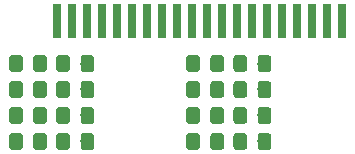
<source format=gbr>
G04 #@! TF.GenerationSoftware,KiCad,Pcbnew,(5.1.4)-1*
G04 #@! TF.CreationDate,2023-01-28T21:19:39+01:00*
G04 #@! TF.ProjectId,SEN-UP1-8xTH,53454e2d-5550-4312-9d38-7854482e6b69,V00.02*
G04 #@! TF.SameCoordinates,Original*
G04 #@! TF.FileFunction,Paste,Top*
G04 #@! TF.FilePolarity,Positive*
%FSLAX46Y46*%
G04 Gerber Fmt 4.6, Leading zero omitted, Abs format (unit mm)*
G04 Created by KiCad (PCBNEW (5.1.4)-1) date 2023-01-28 21:19:40*
%MOMM*%
%LPD*%
G04 APERTURE LIST*
%ADD10C,0.100000*%
%ADD11C,1.150000*%
%ADD12R,0.800000X3.000000*%
G04 APERTURE END LIST*
D10*
G36*
X99614505Y-125061204D02*
G01*
X99638773Y-125064804D01*
X99662572Y-125070765D01*
X99685671Y-125079030D01*
X99707850Y-125089520D01*
X99728893Y-125102132D01*
X99748599Y-125116747D01*
X99766777Y-125133223D01*
X99783253Y-125151401D01*
X99797868Y-125171107D01*
X99810480Y-125192150D01*
X99820970Y-125214329D01*
X99829235Y-125237428D01*
X99835196Y-125261227D01*
X99838796Y-125285495D01*
X99840000Y-125309999D01*
X99840000Y-126210001D01*
X99838796Y-126234505D01*
X99835196Y-126258773D01*
X99829235Y-126282572D01*
X99820970Y-126305671D01*
X99810480Y-126327850D01*
X99797868Y-126348893D01*
X99783253Y-126368599D01*
X99766777Y-126386777D01*
X99748599Y-126403253D01*
X99728893Y-126417868D01*
X99707850Y-126430480D01*
X99685671Y-126440970D01*
X99662572Y-126449235D01*
X99638773Y-126455196D01*
X99614505Y-126458796D01*
X99590001Y-126460000D01*
X98939999Y-126460000D01*
X98915495Y-126458796D01*
X98891227Y-126455196D01*
X98867428Y-126449235D01*
X98844329Y-126440970D01*
X98822150Y-126430480D01*
X98801107Y-126417868D01*
X98781401Y-126403253D01*
X98763223Y-126386777D01*
X98746747Y-126368599D01*
X98732132Y-126348893D01*
X98719520Y-126327850D01*
X98709030Y-126305671D01*
X98700765Y-126282572D01*
X98694804Y-126258773D01*
X98691204Y-126234505D01*
X98690000Y-126210001D01*
X98690000Y-125309999D01*
X98691204Y-125285495D01*
X98694804Y-125261227D01*
X98700765Y-125237428D01*
X98709030Y-125214329D01*
X98719520Y-125192150D01*
X98732132Y-125171107D01*
X98746747Y-125151401D01*
X98763223Y-125133223D01*
X98781401Y-125116747D01*
X98801107Y-125102132D01*
X98822150Y-125089520D01*
X98844329Y-125079030D01*
X98867428Y-125070765D01*
X98891227Y-125064804D01*
X98915495Y-125061204D01*
X98939999Y-125060000D01*
X99590001Y-125060000D01*
X99614505Y-125061204D01*
X99614505Y-125061204D01*
G37*
D11*
X99265000Y-125760000D03*
D10*
G36*
X101664505Y-125061204D02*
G01*
X101688773Y-125064804D01*
X101712572Y-125070765D01*
X101735671Y-125079030D01*
X101757850Y-125089520D01*
X101778893Y-125102132D01*
X101798599Y-125116747D01*
X101816777Y-125133223D01*
X101833253Y-125151401D01*
X101847868Y-125171107D01*
X101860480Y-125192150D01*
X101870970Y-125214329D01*
X101879235Y-125237428D01*
X101885196Y-125261227D01*
X101888796Y-125285495D01*
X101890000Y-125309999D01*
X101890000Y-126210001D01*
X101888796Y-126234505D01*
X101885196Y-126258773D01*
X101879235Y-126282572D01*
X101870970Y-126305671D01*
X101860480Y-126327850D01*
X101847868Y-126348893D01*
X101833253Y-126368599D01*
X101816777Y-126386777D01*
X101798599Y-126403253D01*
X101778893Y-126417868D01*
X101757850Y-126430480D01*
X101735671Y-126440970D01*
X101712572Y-126449235D01*
X101688773Y-126455196D01*
X101664505Y-126458796D01*
X101640001Y-126460000D01*
X100989999Y-126460000D01*
X100965495Y-126458796D01*
X100941227Y-126455196D01*
X100917428Y-126449235D01*
X100894329Y-126440970D01*
X100872150Y-126430480D01*
X100851107Y-126417868D01*
X100831401Y-126403253D01*
X100813223Y-126386777D01*
X100796747Y-126368599D01*
X100782132Y-126348893D01*
X100769520Y-126327850D01*
X100759030Y-126305671D01*
X100750765Y-126282572D01*
X100744804Y-126258773D01*
X100741204Y-126234505D01*
X100740000Y-126210001D01*
X100740000Y-125309999D01*
X100741204Y-125285495D01*
X100744804Y-125261227D01*
X100750765Y-125237428D01*
X100759030Y-125214329D01*
X100769520Y-125192150D01*
X100782132Y-125171107D01*
X100796747Y-125151401D01*
X100813223Y-125133223D01*
X100831401Y-125116747D01*
X100851107Y-125102132D01*
X100872150Y-125089520D01*
X100894329Y-125079030D01*
X100917428Y-125070765D01*
X100941227Y-125064804D01*
X100965495Y-125061204D01*
X100989999Y-125060000D01*
X101640001Y-125060000D01*
X101664505Y-125061204D01*
X101664505Y-125061204D01*
G37*
D11*
X101315000Y-125760000D03*
D10*
G36*
X99614505Y-127261204D02*
G01*
X99638773Y-127264804D01*
X99662572Y-127270765D01*
X99685671Y-127279030D01*
X99707850Y-127289520D01*
X99728893Y-127302132D01*
X99748599Y-127316747D01*
X99766777Y-127333223D01*
X99783253Y-127351401D01*
X99797868Y-127371107D01*
X99810480Y-127392150D01*
X99820970Y-127414329D01*
X99829235Y-127437428D01*
X99835196Y-127461227D01*
X99838796Y-127485495D01*
X99840000Y-127509999D01*
X99840000Y-128410001D01*
X99838796Y-128434505D01*
X99835196Y-128458773D01*
X99829235Y-128482572D01*
X99820970Y-128505671D01*
X99810480Y-128527850D01*
X99797868Y-128548893D01*
X99783253Y-128568599D01*
X99766777Y-128586777D01*
X99748599Y-128603253D01*
X99728893Y-128617868D01*
X99707850Y-128630480D01*
X99685671Y-128640970D01*
X99662572Y-128649235D01*
X99638773Y-128655196D01*
X99614505Y-128658796D01*
X99590001Y-128660000D01*
X98939999Y-128660000D01*
X98915495Y-128658796D01*
X98891227Y-128655196D01*
X98867428Y-128649235D01*
X98844329Y-128640970D01*
X98822150Y-128630480D01*
X98801107Y-128617868D01*
X98781401Y-128603253D01*
X98763223Y-128586777D01*
X98746747Y-128568599D01*
X98732132Y-128548893D01*
X98719520Y-128527850D01*
X98709030Y-128505671D01*
X98700765Y-128482572D01*
X98694804Y-128458773D01*
X98691204Y-128434505D01*
X98690000Y-128410001D01*
X98690000Y-127509999D01*
X98691204Y-127485495D01*
X98694804Y-127461227D01*
X98700765Y-127437428D01*
X98709030Y-127414329D01*
X98719520Y-127392150D01*
X98732132Y-127371107D01*
X98746747Y-127351401D01*
X98763223Y-127333223D01*
X98781401Y-127316747D01*
X98801107Y-127302132D01*
X98822150Y-127289520D01*
X98844329Y-127279030D01*
X98867428Y-127270765D01*
X98891227Y-127264804D01*
X98915495Y-127261204D01*
X98939999Y-127260000D01*
X99590001Y-127260000D01*
X99614505Y-127261204D01*
X99614505Y-127261204D01*
G37*
D11*
X99265000Y-127960000D03*
D10*
G36*
X101664505Y-127261204D02*
G01*
X101688773Y-127264804D01*
X101712572Y-127270765D01*
X101735671Y-127279030D01*
X101757850Y-127289520D01*
X101778893Y-127302132D01*
X101798599Y-127316747D01*
X101816777Y-127333223D01*
X101833253Y-127351401D01*
X101847868Y-127371107D01*
X101860480Y-127392150D01*
X101870970Y-127414329D01*
X101879235Y-127437428D01*
X101885196Y-127461227D01*
X101888796Y-127485495D01*
X101890000Y-127509999D01*
X101890000Y-128410001D01*
X101888796Y-128434505D01*
X101885196Y-128458773D01*
X101879235Y-128482572D01*
X101870970Y-128505671D01*
X101860480Y-128527850D01*
X101847868Y-128548893D01*
X101833253Y-128568599D01*
X101816777Y-128586777D01*
X101798599Y-128603253D01*
X101778893Y-128617868D01*
X101757850Y-128630480D01*
X101735671Y-128640970D01*
X101712572Y-128649235D01*
X101688773Y-128655196D01*
X101664505Y-128658796D01*
X101640001Y-128660000D01*
X100989999Y-128660000D01*
X100965495Y-128658796D01*
X100941227Y-128655196D01*
X100917428Y-128649235D01*
X100894329Y-128640970D01*
X100872150Y-128630480D01*
X100851107Y-128617868D01*
X100831401Y-128603253D01*
X100813223Y-128586777D01*
X100796747Y-128568599D01*
X100782132Y-128548893D01*
X100769520Y-128527850D01*
X100759030Y-128505671D01*
X100750765Y-128482572D01*
X100744804Y-128458773D01*
X100741204Y-128434505D01*
X100740000Y-128410001D01*
X100740000Y-127509999D01*
X100741204Y-127485495D01*
X100744804Y-127461227D01*
X100750765Y-127437428D01*
X100759030Y-127414329D01*
X100769520Y-127392150D01*
X100782132Y-127371107D01*
X100796747Y-127351401D01*
X100813223Y-127333223D01*
X100831401Y-127316747D01*
X100851107Y-127302132D01*
X100872150Y-127289520D01*
X100894329Y-127279030D01*
X100917428Y-127270765D01*
X100941227Y-127264804D01*
X100965495Y-127261204D01*
X100989999Y-127260000D01*
X101640001Y-127260000D01*
X101664505Y-127261204D01*
X101664505Y-127261204D01*
G37*
D11*
X101315000Y-127960000D03*
D10*
G36*
X99614505Y-129461204D02*
G01*
X99638773Y-129464804D01*
X99662572Y-129470765D01*
X99685671Y-129479030D01*
X99707850Y-129489520D01*
X99728893Y-129502132D01*
X99748599Y-129516747D01*
X99766777Y-129533223D01*
X99783253Y-129551401D01*
X99797868Y-129571107D01*
X99810480Y-129592150D01*
X99820970Y-129614329D01*
X99829235Y-129637428D01*
X99835196Y-129661227D01*
X99838796Y-129685495D01*
X99840000Y-129709999D01*
X99840000Y-130610001D01*
X99838796Y-130634505D01*
X99835196Y-130658773D01*
X99829235Y-130682572D01*
X99820970Y-130705671D01*
X99810480Y-130727850D01*
X99797868Y-130748893D01*
X99783253Y-130768599D01*
X99766777Y-130786777D01*
X99748599Y-130803253D01*
X99728893Y-130817868D01*
X99707850Y-130830480D01*
X99685671Y-130840970D01*
X99662572Y-130849235D01*
X99638773Y-130855196D01*
X99614505Y-130858796D01*
X99590001Y-130860000D01*
X98939999Y-130860000D01*
X98915495Y-130858796D01*
X98891227Y-130855196D01*
X98867428Y-130849235D01*
X98844329Y-130840970D01*
X98822150Y-130830480D01*
X98801107Y-130817868D01*
X98781401Y-130803253D01*
X98763223Y-130786777D01*
X98746747Y-130768599D01*
X98732132Y-130748893D01*
X98719520Y-130727850D01*
X98709030Y-130705671D01*
X98700765Y-130682572D01*
X98694804Y-130658773D01*
X98691204Y-130634505D01*
X98690000Y-130610001D01*
X98690000Y-129709999D01*
X98691204Y-129685495D01*
X98694804Y-129661227D01*
X98700765Y-129637428D01*
X98709030Y-129614329D01*
X98719520Y-129592150D01*
X98732132Y-129571107D01*
X98746747Y-129551401D01*
X98763223Y-129533223D01*
X98781401Y-129516747D01*
X98801107Y-129502132D01*
X98822150Y-129489520D01*
X98844329Y-129479030D01*
X98867428Y-129470765D01*
X98891227Y-129464804D01*
X98915495Y-129461204D01*
X98939999Y-129460000D01*
X99590001Y-129460000D01*
X99614505Y-129461204D01*
X99614505Y-129461204D01*
G37*
D11*
X99265000Y-130160000D03*
D10*
G36*
X101664505Y-129461204D02*
G01*
X101688773Y-129464804D01*
X101712572Y-129470765D01*
X101735671Y-129479030D01*
X101757850Y-129489520D01*
X101778893Y-129502132D01*
X101798599Y-129516747D01*
X101816777Y-129533223D01*
X101833253Y-129551401D01*
X101847868Y-129571107D01*
X101860480Y-129592150D01*
X101870970Y-129614329D01*
X101879235Y-129637428D01*
X101885196Y-129661227D01*
X101888796Y-129685495D01*
X101890000Y-129709999D01*
X101890000Y-130610001D01*
X101888796Y-130634505D01*
X101885196Y-130658773D01*
X101879235Y-130682572D01*
X101870970Y-130705671D01*
X101860480Y-130727850D01*
X101847868Y-130748893D01*
X101833253Y-130768599D01*
X101816777Y-130786777D01*
X101798599Y-130803253D01*
X101778893Y-130817868D01*
X101757850Y-130830480D01*
X101735671Y-130840970D01*
X101712572Y-130849235D01*
X101688773Y-130855196D01*
X101664505Y-130858796D01*
X101640001Y-130860000D01*
X100989999Y-130860000D01*
X100965495Y-130858796D01*
X100941227Y-130855196D01*
X100917428Y-130849235D01*
X100894329Y-130840970D01*
X100872150Y-130830480D01*
X100851107Y-130817868D01*
X100831401Y-130803253D01*
X100813223Y-130786777D01*
X100796747Y-130768599D01*
X100782132Y-130748893D01*
X100769520Y-130727850D01*
X100759030Y-130705671D01*
X100750765Y-130682572D01*
X100744804Y-130658773D01*
X100741204Y-130634505D01*
X100740000Y-130610001D01*
X100740000Y-129709999D01*
X100741204Y-129685495D01*
X100744804Y-129661227D01*
X100750765Y-129637428D01*
X100759030Y-129614329D01*
X100769520Y-129592150D01*
X100782132Y-129571107D01*
X100796747Y-129551401D01*
X100813223Y-129533223D01*
X100831401Y-129516747D01*
X100851107Y-129502132D01*
X100872150Y-129489520D01*
X100894329Y-129479030D01*
X100917428Y-129470765D01*
X100941227Y-129464804D01*
X100965495Y-129461204D01*
X100989999Y-129460000D01*
X101640001Y-129460000D01*
X101664505Y-129461204D01*
X101664505Y-129461204D01*
G37*
D11*
X101315000Y-130160000D03*
D10*
G36*
X99614505Y-131661204D02*
G01*
X99638773Y-131664804D01*
X99662572Y-131670765D01*
X99685671Y-131679030D01*
X99707850Y-131689520D01*
X99728893Y-131702132D01*
X99748599Y-131716747D01*
X99766777Y-131733223D01*
X99783253Y-131751401D01*
X99797868Y-131771107D01*
X99810480Y-131792150D01*
X99820970Y-131814329D01*
X99829235Y-131837428D01*
X99835196Y-131861227D01*
X99838796Y-131885495D01*
X99840000Y-131909999D01*
X99840000Y-132810001D01*
X99838796Y-132834505D01*
X99835196Y-132858773D01*
X99829235Y-132882572D01*
X99820970Y-132905671D01*
X99810480Y-132927850D01*
X99797868Y-132948893D01*
X99783253Y-132968599D01*
X99766777Y-132986777D01*
X99748599Y-133003253D01*
X99728893Y-133017868D01*
X99707850Y-133030480D01*
X99685671Y-133040970D01*
X99662572Y-133049235D01*
X99638773Y-133055196D01*
X99614505Y-133058796D01*
X99590001Y-133060000D01*
X98939999Y-133060000D01*
X98915495Y-133058796D01*
X98891227Y-133055196D01*
X98867428Y-133049235D01*
X98844329Y-133040970D01*
X98822150Y-133030480D01*
X98801107Y-133017868D01*
X98781401Y-133003253D01*
X98763223Y-132986777D01*
X98746747Y-132968599D01*
X98732132Y-132948893D01*
X98719520Y-132927850D01*
X98709030Y-132905671D01*
X98700765Y-132882572D01*
X98694804Y-132858773D01*
X98691204Y-132834505D01*
X98690000Y-132810001D01*
X98690000Y-131909999D01*
X98691204Y-131885495D01*
X98694804Y-131861227D01*
X98700765Y-131837428D01*
X98709030Y-131814329D01*
X98719520Y-131792150D01*
X98732132Y-131771107D01*
X98746747Y-131751401D01*
X98763223Y-131733223D01*
X98781401Y-131716747D01*
X98801107Y-131702132D01*
X98822150Y-131689520D01*
X98844329Y-131679030D01*
X98867428Y-131670765D01*
X98891227Y-131664804D01*
X98915495Y-131661204D01*
X98939999Y-131660000D01*
X99590001Y-131660000D01*
X99614505Y-131661204D01*
X99614505Y-131661204D01*
G37*
D11*
X99265000Y-132360000D03*
D10*
G36*
X101664505Y-131661204D02*
G01*
X101688773Y-131664804D01*
X101712572Y-131670765D01*
X101735671Y-131679030D01*
X101757850Y-131689520D01*
X101778893Y-131702132D01*
X101798599Y-131716747D01*
X101816777Y-131733223D01*
X101833253Y-131751401D01*
X101847868Y-131771107D01*
X101860480Y-131792150D01*
X101870970Y-131814329D01*
X101879235Y-131837428D01*
X101885196Y-131861227D01*
X101888796Y-131885495D01*
X101890000Y-131909999D01*
X101890000Y-132810001D01*
X101888796Y-132834505D01*
X101885196Y-132858773D01*
X101879235Y-132882572D01*
X101870970Y-132905671D01*
X101860480Y-132927850D01*
X101847868Y-132948893D01*
X101833253Y-132968599D01*
X101816777Y-132986777D01*
X101798599Y-133003253D01*
X101778893Y-133017868D01*
X101757850Y-133030480D01*
X101735671Y-133040970D01*
X101712572Y-133049235D01*
X101688773Y-133055196D01*
X101664505Y-133058796D01*
X101640001Y-133060000D01*
X100989999Y-133060000D01*
X100965495Y-133058796D01*
X100941227Y-133055196D01*
X100917428Y-133049235D01*
X100894329Y-133040970D01*
X100872150Y-133030480D01*
X100851107Y-133017868D01*
X100831401Y-133003253D01*
X100813223Y-132986777D01*
X100796747Y-132968599D01*
X100782132Y-132948893D01*
X100769520Y-132927850D01*
X100759030Y-132905671D01*
X100750765Y-132882572D01*
X100744804Y-132858773D01*
X100741204Y-132834505D01*
X100740000Y-132810001D01*
X100740000Y-131909999D01*
X100741204Y-131885495D01*
X100744804Y-131861227D01*
X100750765Y-131837428D01*
X100759030Y-131814329D01*
X100769520Y-131792150D01*
X100782132Y-131771107D01*
X100796747Y-131751401D01*
X100813223Y-131733223D01*
X100831401Y-131716747D01*
X100851107Y-131702132D01*
X100872150Y-131689520D01*
X100894329Y-131679030D01*
X100917428Y-131670765D01*
X100941227Y-131664804D01*
X100965495Y-131661204D01*
X100989999Y-131660000D01*
X101640001Y-131660000D01*
X101664505Y-131661204D01*
X101664505Y-131661204D01*
G37*
D11*
X101315000Y-132360000D03*
D10*
G36*
X105664505Y-131661204D02*
G01*
X105688773Y-131664804D01*
X105712572Y-131670765D01*
X105735671Y-131679030D01*
X105757850Y-131689520D01*
X105778893Y-131702132D01*
X105798599Y-131716747D01*
X105816777Y-131733223D01*
X105833253Y-131751401D01*
X105847868Y-131771107D01*
X105860480Y-131792150D01*
X105870970Y-131814329D01*
X105879235Y-131837428D01*
X105885196Y-131861227D01*
X105888796Y-131885495D01*
X105890000Y-131909999D01*
X105890000Y-132810001D01*
X105888796Y-132834505D01*
X105885196Y-132858773D01*
X105879235Y-132882572D01*
X105870970Y-132905671D01*
X105860480Y-132927850D01*
X105847868Y-132948893D01*
X105833253Y-132968599D01*
X105816777Y-132986777D01*
X105798599Y-133003253D01*
X105778893Y-133017868D01*
X105757850Y-133030480D01*
X105735671Y-133040970D01*
X105712572Y-133049235D01*
X105688773Y-133055196D01*
X105664505Y-133058796D01*
X105640001Y-133060000D01*
X104989999Y-133060000D01*
X104965495Y-133058796D01*
X104941227Y-133055196D01*
X104917428Y-133049235D01*
X104894329Y-133040970D01*
X104872150Y-133030480D01*
X104851107Y-133017868D01*
X104831401Y-133003253D01*
X104813223Y-132986777D01*
X104796747Y-132968599D01*
X104782132Y-132948893D01*
X104769520Y-132927850D01*
X104759030Y-132905671D01*
X104750765Y-132882572D01*
X104744804Y-132858773D01*
X104741204Y-132834505D01*
X104740000Y-132810001D01*
X104740000Y-131909999D01*
X104741204Y-131885495D01*
X104744804Y-131861227D01*
X104750765Y-131837428D01*
X104759030Y-131814329D01*
X104769520Y-131792150D01*
X104782132Y-131771107D01*
X104796747Y-131751401D01*
X104813223Y-131733223D01*
X104831401Y-131716747D01*
X104851107Y-131702132D01*
X104872150Y-131689520D01*
X104894329Y-131679030D01*
X104917428Y-131670765D01*
X104941227Y-131664804D01*
X104965495Y-131661204D01*
X104989999Y-131660000D01*
X105640001Y-131660000D01*
X105664505Y-131661204D01*
X105664505Y-131661204D01*
G37*
D11*
X105315000Y-132360000D03*
D10*
G36*
X103614505Y-131661204D02*
G01*
X103638773Y-131664804D01*
X103662572Y-131670765D01*
X103685671Y-131679030D01*
X103707850Y-131689520D01*
X103728893Y-131702132D01*
X103748599Y-131716747D01*
X103766777Y-131733223D01*
X103783253Y-131751401D01*
X103797868Y-131771107D01*
X103810480Y-131792150D01*
X103820970Y-131814329D01*
X103829235Y-131837428D01*
X103835196Y-131861227D01*
X103838796Y-131885495D01*
X103840000Y-131909999D01*
X103840000Y-132810001D01*
X103838796Y-132834505D01*
X103835196Y-132858773D01*
X103829235Y-132882572D01*
X103820970Y-132905671D01*
X103810480Y-132927850D01*
X103797868Y-132948893D01*
X103783253Y-132968599D01*
X103766777Y-132986777D01*
X103748599Y-133003253D01*
X103728893Y-133017868D01*
X103707850Y-133030480D01*
X103685671Y-133040970D01*
X103662572Y-133049235D01*
X103638773Y-133055196D01*
X103614505Y-133058796D01*
X103590001Y-133060000D01*
X102939999Y-133060000D01*
X102915495Y-133058796D01*
X102891227Y-133055196D01*
X102867428Y-133049235D01*
X102844329Y-133040970D01*
X102822150Y-133030480D01*
X102801107Y-133017868D01*
X102781401Y-133003253D01*
X102763223Y-132986777D01*
X102746747Y-132968599D01*
X102732132Y-132948893D01*
X102719520Y-132927850D01*
X102709030Y-132905671D01*
X102700765Y-132882572D01*
X102694804Y-132858773D01*
X102691204Y-132834505D01*
X102690000Y-132810001D01*
X102690000Y-131909999D01*
X102691204Y-131885495D01*
X102694804Y-131861227D01*
X102700765Y-131837428D01*
X102709030Y-131814329D01*
X102719520Y-131792150D01*
X102732132Y-131771107D01*
X102746747Y-131751401D01*
X102763223Y-131733223D01*
X102781401Y-131716747D01*
X102801107Y-131702132D01*
X102822150Y-131689520D01*
X102844329Y-131679030D01*
X102867428Y-131670765D01*
X102891227Y-131664804D01*
X102915495Y-131661204D01*
X102939999Y-131660000D01*
X103590001Y-131660000D01*
X103614505Y-131661204D01*
X103614505Y-131661204D01*
G37*
D11*
X103265000Y-132360000D03*
D10*
G36*
X105664505Y-129461204D02*
G01*
X105688773Y-129464804D01*
X105712572Y-129470765D01*
X105735671Y-129479030D01*
X105757850Y-129489520D01*
X105778893Y-129502132D01*
X105798599Y-129516747D01*
X105816777Y-129533223D01*
X105833253Y-129551401D01*
X105847868Y-129571107D01*
X105860480Y-129592150D01*
X105870970Y-129614329D01*
X105879235Y-129637428D01*
X105885196Y-129661227D01*
X105888796Y-129685495D01*
X105890000Y-129709999D01*
X105890000Y-130610001D01*
X105888796Y-130634505D01*
X105885196Y-130658773D01*
X105879235Y-130682572D01*
X105870970Y-130705671D01*
X105860480Y-130727850D01*
X105847868Y-130748893D01*
X105833253Y-130768599D01*
X105816777Y-130786777D01*
X105798599Y-130803253D01*
X105778893Y-130817868D01*
X105757850Y-130830480D01*
X105735671Y-130840970D01*
X105712572Y-130849235D01*
X105688773Y-130855196D01*
X105664505Y-130858796D01*
X105640001Y-130860000D01*
X104989999Y-130860000D01*
X104965495Y-130858796D01*
X104941227Y-130855196D01*
X104917428Y-130849235D01*
X104894329Y-130840970D01*
X104872150Y-130830480D01*
X104851107Y-130817868D01*
X104831401Y-130803253D01*
X104813223Y-130786777D01*
X104796747Y-130768599D01*
X104782132Y-130748893D01*
X104769520Y-130727850D01*
X104759030Y-130705671D01*
X104750765Y-130682572D01*
X104744804Y-130658773D01*
X104741204Y-130634505D01*
X104740000Y-130610001D01*
X104740000Y-129709999D01*
X104741204Y-129685495D01*
X104744804Y-129661227D01*
X104750765Y-129637428D01*
X104759030Y-129614329D01*
X104769520Y-129592150D01*
X104782132Y-129571107D01*
X104796747Y-129551401D01*
X104813223Y-129533223D01*
X104831401Y-129516747D01*
X104851107Y-129502132D01*
X104872150Y-129489520D01*
X104894329Y-129479030D01*
X104917428Y-129470765D01*
X104941227Y-129464804D01*
X104965495Y-129461204D01*
X104989999Y-129460000D01*
X105640001Y-129460000D01*
X105664505Y-129461204D01*
X105664505Y-129461204D01*
G37*
D11*
X105315000Y-130160000D03*
D10*
G36*
X103614505Y-129461204D02*
G01*
X103638773Y-129464804D01*
X103662572Y-129470765D01*
X103685671Y-129479030D01*
X103707850Y-129489520D01*
X103728893Y-129502132D01*
X103748599Y-129516747D01*
X103766777Y-129533223D01*
X103783253Y-129551401D01*
X103797868Y-129571107D01*
X103810480Y-129592150D01*
X103820970Y-129614329D01*
X103829235Y-129637428D01*
X103835196Y-129661227D01*
X103838796Y-129685495D01*
X103840000Y-129709999D01*
X103840000Y-130610001D01*
X103838796Y-130634505D01*
X103835196Y-130658773D01*
X103829235Y-130682572D01*
X103820970Y-130705671D01*
X103810480Y-130727850D01*
X103797868Y-130748893D01*
X103783253Y-130768599D01*
X103766777Y-130786777D01*
X103748599Y-130803253D01*
X103728893Y-130817868D01*
X103707850Y-130830480D01*
X103685671Y-130840970D01*
X103662572Y-130849235D01*
X103638773Y-130855196D01*
X103614505Y-130858796D01*
X103590001Y-130860000D01*
X102939999Y-130860000D01*
X102915495Y-130858796D01*
X102891227Y-130855196D01*
X102867428Y-130849235D01*
X102844329Y-130840970D01*
X102822150Y-130830480D01*
X102801107Y-130817868D01*
X102781401Y-130803253D01*
X102763223Y-130786777D01*
X102746747Y-130768599D01*
X102732132Y-130748893D01*
X102719520Y-130727850D01*
X102709030Y-130705671D01*
X102700765Y-130682572D01*
X102694804Y-130658773D01*
X102691204Y-130634505D01*
X102690000Y-130610001D01*
X102690000Y-129709999D01*
X102691204Y-129685495D01*
X102694804Y-129661227D01*
X102700765Y-129637428D01*
X102709030Y-129614329D01*
X102719520Y-129592150D01*
X102732132Y-129571107D01*
X102746747Y-129551401D01*
X102763223Y-129533223D01*
X102781401Y-129516747D01*
X102801107Y-129502132D01*
X102822150Y-129489520D01*
X102844329Y-129479030D01*
X102867428Y-129470765D01*
X102891227Y-129464804D01*
X102915495Y-129461204D01*
X102939999Y-129460000D01*
X103590001Y-129460000D01*
X103614505Y-129461204D01*
X103614505Y-129461204D01*
G37*
D11*
X103265000Y-130160000D03*
D10*
G36*
X105664505Y-127261204D02*
G01*
X105688773Y-127264804D01*
X105712572Y-127270765D01*
X105735671Y-127279030D01*
X105757850Y-127289520D01*
X105778893Y-127302132D01*
X105798599Y-127316747D01*
X105816777Y-127333223D01*
X105833253Y-127351401D01*
X105847868Y-127371107D01*
X105860480Y-127392150D01*
X105870970Y-127414329D01*
X105879235Y-127437428D01*
X105885196Y-127461227D01*
X105888796Y-127485495D01*
X105890000Y-127509999D01*
X105890000Y-128410001D01*
X105888796Y-128434505D01*
X105885196Y-128458773D01*
X105879235Y-128482572D01*
X105870970Y-128505671D01*
X105860480Y-128527850D01*
X105847868Y-128548893D01*
X105833253Y-128568599D01*
X105816777Y-128586777D01*
X105798599Y-128603253D01*
X105778893Y-128617868D01*
X105757850Y-128630480D01*
X105735671Y-128640970D01*
X105712572Y-128649235D01*
X105688773Y-128655196D01*
X105664505Y-128658796D01*
X105640001Y-128660000D01*
X104989999Y-128660000D01*
X104965495Y-128658796D01*
X104941227Y-128655196D01*
X104917428Y-128649235D01*
X104894329Y-128640970D01*
X104872150Y-128630480D01*
X104851107Y-128617868D01*
X104831401Y-128603253D01*
X104813223Y-128586777D01*
X104796747Y-128568599D01*
X104782132Y-128548893D01*
X104769520Y-128527850D01*
X104759030Y-128505671D01*
X104750765Y-128482572D01*
X104744804Y-128458773D01*
X104741204Y-128434505D01*
X104740000Y-128410001D01*
X104740000Y-127509999D01*
X104741204Y-127485495D01*
X104744804Y-127461227D01*
X104750765Y-127437428D01*
X104759030Y-127414329D01*
X104769520Y-127392150D01*
X104782132Y-127371107D01*
X104796747Y-127351401D01*
X104813223Y-127333223D01*
X104831401Y-127316747D01*
X104851107Y-127302132D01*
X104872150Y-127289520D01*
X104894329Y-127279030D01*
X104917428Y-127270765D01*
X104941227Y-127264804D01*
X104965495Y-127261204D01*
X104989999Y-127260000D01*
X105640001Y-127260000D01*
X105664505Y-127261204D01*
X105664505Y-127261204D01*
G37*
D11*
X105315000Y-127960000D03*
D10*
G36*
X103614505Y-127261204D02*
G01*
X103638773Y-127264804D01*
X103662572Y-127270765D01*
X103685671Y-127279030D01*
X103707850Y-127289520D01*
X103728893Y-127302132D01*
X103748599Y-127316747D01*
X103766777Y-127333223D01*
X103783253Y-127351401D01*
X103797868Y-127371107D01*
X103810480Y-127392150D01*
X103820970Y-127414329D01*
X103829235Y-127437428D01*
X103835196Y-127461227D01*
X103838796Y-127485495D01*
X103840000Y-127509999D01*
X103840000Y-128410001D01*
X103838796Y-128434505D01*
X103835196Y-128458773D01*
X103829235Y-128482572D01*
X103820970Y-128505671D01*
X103810480Y-128527850D01*
X103797868Y-128548893D01*
X103783253Y-128568599D01*
X103766777Y-128586777D01*
X103748599Y-128603253D01*
X103728893Y-128617868D01*
X103707850Y-128630480D01*
X103685671Y-128640970D01*
X103662572Y-128649235D01*
X103638773Y-128655196D01*
X103614505Y-128658796D01*
X103590001Y-128660000D01*
X102939999Y-128660000D01*
X102915495Y-128658796D01*
X102891227Y-128655196D01*
X102867428Y-128649235D01*
X102844329Y-128640970D01*
X102822150Y-128630480D01*
X102801107Y-128617868D01*
X102781401Y-128603253D01*
X102763223Y-128586777D01*
X102746747Y-128568599D01*
X102732132Y-128548893D01*
X102719520Y-128527850D01*
X102709030Y-128505671D01*
X102700765Y-128482572D01*
X102694804Y-128458773D01*
X102691204Y-128434505D01*
X102690000Y-128410001D01*
X102690000Y-127509999D01*
X102691204Y-127485495D01*
X102694804Y-127461227D01*
X102700765Y-127437428D01*
X102709030Y-127414329D01*
X102719520Y-127392150D01*
X102732132Y-127371107D01*
X102746747Y-127351401D01*
X102763223Y-127333223D01*
X102781401Y-127316747D01*
X102801107Y-127302132D01*
X102822150Y-127289520D01*
X102844329Y-127279030D01*
X102867428Y-127270765D01*
X102891227Y-127264804D01*
X102915495Y-127261204D01*
X102939999Y-127260000D01*
X103590001Y-127260000D01*
X103614505Y-127261204D01*
X103614505Y-127261204D01*
G37*
D11*
X103265000Y-127960000D03*
D10*
G36*
X105664505Y-125061204D02*
G01*
X105688773Y-125064804D01*
X105712572Y-125070765D01*
X105735671Y-125079030D01*
X105757850Y-125089520D01*
X105778893Y-125102132D01*
X105798599Y-125116747D01*
X105816777Y-125133223D01*
X105833253Y-125151401D01*
X105847868Y-125171107D01*
X105860480Y-125192150D01*
X105870970Y-125214329D01*
X105879235Y-125237428D01*
X105885196Y-125261227D01*
X105888796Y-125285495D01*
X105890000Y-125309999D01*
X105890000Y-126210001D01*
X105888796Y-126234505D01*
X105885196Y-126258773D01*
X105879235Y-126282572D01*
X105870970Y-126305671D01*
X105860480Y-126327850D01*
X105847868Y-126348893D01*
X105833253Y-126368599D01*
X105816777Y-126386777D01*
X105798599Y-126403253D01*
X105778893Y-126417868D01*
X105757850Y-126430480D01*
X105735671Y-126440970D01*
X105712572Y-126449235D01*
X105688773Y-126455196D01*
X105664505Y-126458796D01*
X105640001Y-126460000D01*
X104989999Y-126460000D01*
X104965495Y-126458796D01*
X104941227Y-126455196D01*
X104917428Y-126449235D01*
X104894329Y-126440970D01*
X104872150Y-126430480D01*
X104851107Y-126417868D01*
X104831401Y-126403253D01*
X104813223Y-126386777D01*
X104796747Y-126368599D01*
X104782132Y-126348893D01*
X104769520Y-126327850D01*
X104759030Y-126305671D01*
X104750765Y-126282572D01*
X104744804Y-126258773D01*
X104741204Y-126234505D01*
X104740000Y-126210001D01*
X104740000Y-125309999D01*
X104741204Y-125285495D01*
X104744804Y-125261227D01*
X104750765Y-125237428D01*
X104759030Y-125214329D01*
X104769520Y-125192150D01*
X104782132Y-125171107D01*
X104796747Y-125151401D01*
X104813223Y-125133223D01*
X104831401Y-125116747D01*
X104851107Y-125102132D01*
X104872150Y-125089520D01*
X104894329Y-125079030D01*
X104917428Y-125070765D01*
X104941227Y-125064804D01*
X104965495Y-125061204D01*
X104989999Y-125060000D01*
X105640001Y-125060000D01*
X105664505Y-125061204D01*
X105664505Y-125061204D01*
G37*
D11*
X105315000Y-125760000D03*
D10*
G36*
X103614505Y-125061204D02*
G01*
X103638773Y-125064804D01*
X103662572Y-125070765D01*
X103685671Y-125079030D01*
X103707850Y-125089520D01*
X103728893Y-125102132D01*
X103748599Y-125116747D01*
X103766777Y-125133223D01*
X103783253Y-125151401D01*
X103797868Y-125171107D01*
X103810480Y-125192150D01*
X103820970Y-125214329D01*
X103829235Y-125237428D01*
X103835196Y-125261227D01*
X103838796Y-125285495D01*
X103840000Y-125309999D01*
X103840000Y-126210001D01*
X103838796Y-126234505D01*
X103835196Y-126258773D01*
X103829235Y-126282572D01*
X103820970Y-126305671D01*
X103810480Y-126327850D01*
X103797868Y-126348893D01*
X103783253Y-126368599D01*
X103766777Y-126386777D01*
X103748599Y-126403253D01*
X103728893Y-126417868D01*
X103707850Y-126430480D01*
X103685671Y-126440970D01*
X103662572Y-126449235D01*
X103638773Y-126455196D01*
X103614505Y-126458796D01*
X103590001Y-126460000D01*
X102939999Y-126460000D01*
X102915495Y-126458796D01*
X102891227Y-126455196D01*
X102867428Y-126449235D01*
X102844329Y-126440970D01*
X102822150Y-126430480D01*
X102801107Y-126417868D01*
X102781401Y-126403253D01*
X102763223Y-126386777D01*
X102746747Y-126368599D01*
X102732132Y-126348893D01*
X102719520Y-126327850D01*
X102709030Y-126305671D01*
X102700765Y-126282572D01*
X102694804Y-126258773D01*
X102691204Y-126234505D01*
X102690000Y-126210001D01*
X102690000Y-125309999D01*
X102691204Y-125285495D01*
X102694804Y-125261227D01*
X102700765Y-125237428D01*
X102709030Y-125214329D01*
X102719520Y-125192150D01*
X102732132Y-125171107D01*
X102746747Y-125151401D01*
X102763223Y-125133223D01*
X102781401Y-125116747D01*
X102801107Y-125102132D01*
X102822150Y-125089520D01*
X102844329Y-125079030D01*
X102867428Y-125070765D01*
X102891227Y-125064804D01*
X102915495Y-125061204D01*
X102939999Y-125060000D01*
X103590001Y-125060000D01*
X103614505Y-125061204D01*
X103614505Y-125061204D01*
G37*
D11*
X103265000Y-125760000D03*
D10*
G36*
X114614505Y-125061204D02*
G01*
X114638773Y-125064804D01*
X114662572Y-125070765D01*
X114685671Y-125079030D01*
X114707850Y-125089520D01*
X114728893Y-125102132D01*
X114748599Y-125116747D01*
X114766777Y-125133223D01*
X114783253Y-125151401D01*
X114797868Y-125171107D01*
X114810480Y-125192150D01*
X114820970Y-125214329D01*
X114829235Y-125237428D01*
X114835196Y-125261227D01*
X114838796Y-125285495D01*
X114840000Y-125309999D01*
X114840000Y-126210001D01*
X114838796Y-126234505D01*
X114835196Y-126258773D01*
X114829235Y-126282572D01*
X114820970Y-126305671D01*
X114810480Y-126327850D01*
X114797868Y-126348893D01*
X114783253Y-126368599D01*
X114766777Y-126386777D01*
X114748599Y-126403253D01*
X114728893Y-126417868D01*
X114707850Y-126430480D01*
X114685671Y-126440970D01*
X114662572Y-126449235D01*
X114638773Y-126455196D01*
X114614505Y-126458796D01*
X114590001Y-126460000D01*
X113939999Y-126460000D01*
X113915495Y-126458796D01*
X113891227Y-126455196D01*
X113867428Y-126449235D01*
X113844329Y-126440970D01*
X113822150Y-126430480D01*
X113801107Y-126417868D01*
X113781401Y-126403253D01*
X113763223Y-126386777D01*
X113746747Y-126368599D01*
X113732132Y-126348893D01*
X113719520Y-126327850D01*
X113709030Y-126305671D01*
X113700765Y-126282572D01*
X113694804Y-126258773D01*
X113691204Y-126234505D01*
X113690000Y-126210001D01*
X113690000Y-125309999D01*
X113691204Y-125285495D01*
X113694804Y-125261227D01*
X113700765Y-125237428D01*
X113709030Y-125214329D01*
X113719520Y-125192150D01*
X113732132Y-125171107D01*
X113746747Y-125151401D01*
X113763223Y-125133223D01*
X113781401Y-125116747D01*
X113801107Y-125102132D01*
X113822150Y-125089520D01*
X113844329Y-125079030D01*
X113867428Y-125070765D01*
X113891227Y-125064804D01*
X113915495Y-125061204D01*
X113939999Y-125060000D01*
X114590001Y-125060000D01*
X114614505Y-125061204D01*
X114614505Y-125061204D01*
G37*
D11*
X114265000Y-125760000D03*
D10*
G36*
X116664505Y-125061204D02*
G01*
X116688773Y-125064804D01*
X116712572Y-125070765D01*
X116735671Y-125079030D01*
X116757850Y-125089520D01*
X116778893Y-125102132D01*
X116798599Y-125116747D01*
X116816777Y-125133223D01*
X116833253Y-125151401D01*
X116847868Y-125171107D01*
X116860480Y-125192150D01*
X116870970Y-125214329D01*
X116879235Y-125237428D01*
X116885196Y-125261227D01*
X116888796Y-125285495D01*
X116890000Y-125309999D01*
X116890000Y-126210001D01*
X116888796Y-126234505D01*
X116885196Y-126258773D01*
X116879235Y-126282572D01*
X116870970Y-126305671D01*
X116860480Y-126327850D01*
X116847868Y-126348893D01*
X116833253Y-126368599D01*
X116816777Y-126386777D01*
X116798599Y-126403253D01*
X116778893Y-126417868D01*
X116757850Y-126430480D01*
X116735671Y-126440970D01*
X116712572Y-126449235D01*
X116688773Y-126455196D01*
X116664505Y-126458796D01*
X116640001Y-126460000D01*
X115989999Y-126460000D01*
X115965495Y-126458796D01*
X115941227Y-126455196D01*
X115917428Y-126449235D01*
X115894329Y-126440970D01*
X115872150Y-126430480D01*
X115851107Y-126417868D01*
X115831401Y-126403253D01*
X115813223Y-126386777D01*
X115796747Y-126368599D01*
X115782132Y-126348893D01*
X115769520Y-126327850D01*
X115759030Y-126305671D01*
X115750765Y-126282572D01*
X115744804Y-126258773D01*
X115741204Y-126234505D01*
X115740000Y-126210001D01*
X115740000Y-125309999D01*
X115741204Y-125285495D01*
X115744804Y-125261227D01*
X115750765Y-125237428D01*
X115759030Y-125214329D01*
X115769520Y-125192150D01*
X115782132Y-125171107D01*
X115796747Y-125151401D01*
X115813223Y-125133223D01*
X115831401Y-125116747D01*
X115851107Y-125102132D01*
X115872150Y-125089520D01*
X115894329Y-125079030D01*
X115917428Y-125070765D01*
X115941227Y-125064804D01*
X115965495Y-125061204D01*
X115989999Y-125060000D01*
X116640001Y-125060000D01*
X116664505Y-125061204D01*
X116664505Y-125061204D01*
G37*
D11*
X116315000Y-125760000D03*
D10*
G36*
X114614505Y-127261204D02*
G01*
X114638773Y-127264804D01*
X114662572Y-127270765D01*
X114685671Y-127279030D01*
X114707850Y-127289520D01*
X114728893Y-127302132D01*
X114748599Y-127316747D01*
X114766777Y-127333223D01*
X114783253Y-127351401D01*
X114797868Y-127371107D01*
X114810480Y-127392150D01*
X114820970Y-127414329D01*
X114829235Y-127437428D01*
X114835196Y-127461227D01*
X114838796Y-127485495D01*
X114840000Y-127509999D01*
X114840000Y-128410001D01*
X114838796Y-128434505D01*
X114835196Y-128458773D01*
X114829235Y-128482572D01*
X114820970Y-128505671D01*
X114810480Y-128527850D01*
X114797868Y-128548893D01*
X114783253Y-128568599D01*
X114766777Y-128586777D01*
X114748599Y-128603253D01*
X114728893Y-128617868D01*
X114707850Y-128630480D01*
X114685671Y-128640970D01*
X114662572Y-128649235D01*
X114638773Y-128655196D01*
X114614505Y-128658796D01*
X114590001Y-128660000D01*
X113939999Y-128660000D01*
X113915495Y-128658796D01*
X113891227Y-128655196D01*
X113867428Y-128649235D01*
X113844329Y-128640970D01*
X113822150Y-128630480D01*
X113801107Y-128617868D01*
X113781401Y-128603253D01*
X113763223Y-128586777D01*
X113746747Y-128568599D01*
X113732132Y-128548893D01*
X113719520Y-128527850D01*
X113709030Y-128505671D01*
X113700765Y-128482572D01*
X113694804Y-128458773D01*
X113691204Y-128434505D01*
X113690000Y-128410001D01*
X113690000Y-127509999D01*
X113691204Y-127485495D01*
X113694804Y-127461227D01*
X113700765Y-127437428D01*
X113709030Y-127414329D01*
X113719520Y-127392150D01*
X113732132Y-127371107D01*
X113746747Y-127351401D01*
X113763223Y-127333223D01*
X113781401Y-127316747D01*
X113801107Y-127302132D01*
X113822150Y-127289520D01*
X113844329Y-127279030D01*
X113867428Y-127270765D01*
X113891227Y-127264804D01*
X113915495Y-127261204D01*
X113939999Y-127260000D01*
X114590001Y-127260000D01*
X114614505Y-127261204D01*
X114614505Y-127261204D01*
G37*
D11*
X114265000Y-127960000D03*
D10*
G36*
X116664505Y-127261204D02*
G01*
X116688773Y-127264804D01*
X116712572Y-127270765D01*
X116735671Y-127279030D01*
X116757850Y-127289520D01*
X116778893Y-127302132D01*
X116798599Y-127316747D01*
X116816777Y-127333223D01*
X116833253Y-127351401D01*
X116847868Y-127371107D01*
X116860480Y-127392150D01*
X116870970Y-127414329D01*
X116879235Y-127437428D01*
X116885196Y-127461227D01*
X116888796Y-127485495D01*
X116890000Y-127509999D01*
X116890000Y-128410001D01*
X116888796Y-128434505D01*
X116885196Y-128458773D01*
X116879235Y-128482572D01*
X116870970Y-128505671D01*
X116860480Y-128527850D01*
X116847868Y-128548893D01*
X116833253Y-128568599D01*
X116816777Y-128586777D01*
X116798599Y-128603253D01*
X116778893Y-128617868D01*
X116757850Y-128630480D01*
X116735671Y-128640970D01*
X116712572Y-128649235D01*
X116688773Y-128655196D01*
X116664505Y-128658796D01*
X116640001Y-128660000D01*
X115989999Y-128660000D01*
X115965495Y-128658796D01*
X115941227Y-128655196D01*
X115917428Y-128649235D01*
X115894329Y-128640970D01*
X115872150Y-128630480D01*
X115851107Y-128617868D01*
X115831401Y-128603253D01*
X115813223Y-128586777D01*
X115796747Y-128568599D01*
X115782132Y-128548893D01*
X115769520Y-128527850D01*
X115759030Y-128505671D01*
X115750765Y-128482572D01*
X115744804Y-128458773D01*
X115741204Y-128434505D01*
X115740000Y-128410001D01*
X115740000Y-127509999D01*
X115741204Y-127485495D01*
X115744804Y-127461227D01*
X115750765Y-127437428D01*
X115759030Y-127414329D01*
X115769520Y-127392150D01*
X115782132Y-127371107D01*
X115796747Y-127351401D01*
X115813223Y-127333223D01*
X115831401Y-127316747D01*
X115851107Y-127302132D01*
X115872150Y-127289520D01*
X115894329Y-127279030D01*
X115917428Y-127270765D01*
X115941227Y-127264804D01*
X115965495Y-127261204D01*
X115989999Y-127260000D01*
X116640001Y-127260000D01*
X116664505Y-127261204D01*
X116664505Y-127261204D01*
G37*
D11*
X116315000Y-127960000D03*
D10*
G36*
X114614505Y-129461204D02*
G01*
X114638773Y-129464804D01*
X114662572Y-129470765D01*
X114685671Y-129479030D01*
X114707850Y-129489520D01*
X114728893Y-129502132D01*
X114748599Y-129516747D01*
X114766777Y-129533223D01*
X114783253Y-129551401D01*
X114797868Y-129571107D01*
X114810480Y-129592150D01*
X114820970Y-129614329D01*
X114829235Y-129637428D01*
X114835196Y-129661227D01*
X114838796Y-129685495D01*
X114840000Y-129709999D01*
X114840000Y-130610001D01*
X114838796Y-130634505D01*
X114835196Y-130658773D01*
X114829235Y-130682572D01*
X114820970Y-130705671D01*
X114810480Y-130727850D01*
X114797868Y-130748893D01*
X114783253Y-130768599D01*
X114766777Y-130786777D01*
X114748599Y-130803253D01*
X114728893Y-130817868D01*
X114707850Y-130830480D01*
X114685671Y-130840970D01*
X114662572Y-130849235D01*
X114638773Y-130855196D01*
X114614505Y-130858796D01*
X114590001Y-130860000D01*
X113939999Y-130860000D01*
X113915495Y-130858796D01*
X113891227Y-130855196D01*
X113867428Y-130849235D01*
X113844329Y-130840970D01*
X113822150Y-130830480D01*
X113801107Y-130817868D01*
X113781401Y-130803253D01*
X113763223Y-130786777D01*
X113746747Y-130768599D01*
X113732132Y-130748893D01*
X113719520Y-130727850D01*
X113709030Y-130705671D01*
X113700765Y-130682572D01*
X113694804Y-130658773D01*
X113691204Y-130634505D01*
X113690000Y-130610001D01*
X113690000Y-129709999D01*
X113691204Y-129685495D01*
X113694804Y-129661227D01*
X113700765Y-129637428D01*
X113709030Y-129614329D01*
X113719520Y-129592150D01*
X113732132Y-129571107D01*
X113746747Y-129551401D01*
X113763223Y-129533223D01*
X113781401Y-129516747D01*
X113801107Y-129502132D01*
X113822150Y-129489520D01*
X113844329Y-129479030D01*
X113867428Y-129470765D01*
X113891227Y-129464804D01*
X113915495Y-129461204D01*
X113939999Y-129460000D01*
X114590001Y-129460000D01*
X114614505Y-129461204D01*
X114614505Y-129461204D01*
G37*
D11*
X114265000Y-130160000D03*
D10*
G36*
X116664505Y-129461204D02*
G01*
X116688773Y-129464804D01*
X116712572Y-129470765D01*
X116735671Y-129479030D01*
X116757850Y-129489520D01*
X116778893Y-129502132D01*
X116798599Y-129516747D01*
X116816777Y-129533223D01*
X116833253Y-129551401D01*
X116847868Y-129571107D01*
X116860480Y-129592150D01*
X116870970Y-129614329D01*
X116879235Y-129637428D01*
X116885196Y-129661227D01*
X116888796Y-129685495D01*
X116890000Y-129709999D01*
X116890000Y-130610001D01*
X116888796Y-130634505D01*
X116885196Y-130658773D01*
X116879235Y-130682572D01*
X116870970Y-130705671D01*
X116860480Y-130727850D01*
X116847868Y-130748893D01*
X116833253Y-130768599D01*
X116816777Y-130786777D01*
X116798599Y-130803253D01*
X116778893Y-130817868D01*
X116757850Y-130830480D01*
X116735671Y-130840970D01*
X116712572Y-130849235D01*
X116688773Y-130855196D01*
X116664505Y-130858796D01*
X116640001Y-130860000D01*
X115989999Y-130860000D01*
X115965495Y-130858796D01*
X115941227Y-130855196D01*
X115917428Y-130849235D01*
X115894329Y-130840970D01*
X115872150Y-130830480D01*
X115851107Y-130817868D01*
X115831401Y-130803253D01*
X115813223Y-130786777D01*
X115796747Y-130768599D01*
X115782132Y-130748893D01*
X115769520Y-130727850D01*
X115759030Y-130705671D01*
X115750765Y-130682572D01*
X115744804Y-130658773D01*
X115741204Y-130634505D01*
X115740000Y-130610001D01*
X115740000Y-129709999D01*
X115741204Y-129685495D01*
X115744804Y-129661227D01*
X115750765Y-129637428D01*
X115759030Y-129614329D01*
X115769520Y-129592150D01*
X115782132Y-129571107D01*
X115796747Y-129551401D01*
X115813223Y-129533223D01*
X115831401Y-129516747D01*
X115851107Y-129502132D01*
X115872150Y-129489520D01*
X115894329Y-129479030D01*
X115917428Y-129470765D01*
X115941227Y-129464804D01*
X115965495Y-129461204D01*
X115989999Y-129460000D01*
X116640001Y-129460000D01*
X116664505Y-129461204D01*
X116664505Y-129461204D01*
G37*
D11*
X116315000Y-130160000D03*
D10*
G36*
X114614505Y-131661204D02*
G01*
X114638773Y-131664804D01*
X114662572Y-131670765D01*
X114685671Y-131679030D01*
X114707850Y-131689520D01*
X114728893Y-131702132D01*
X114748599Y-131716747D01*
X114766777Y-131733223D01*
X114783253Y-131751401D01*
X114797868Y-131771107D01*
X114810480Y-131792150D01*
X114820970Y-131814329D01*
X114829235Y-131837428D01*
X114835196Y-131861227D01*
X114838796Y-131885495D01*
X114840000Y-131909999D01*
X114840000Y-132810001D01*
X114838796Y-132834505D01*
X114835196Y-132858773D01*
X114829235Y-132882572D01*
X114820970Y-132905671D01*
X114810480Y-132927850D01*
X114797868Y-132948893D01*
X114783253Y-132968599D01*
X114766777Y-132986777D01*
X114748599Y-133003253D01*
X114728893Y-133017868D01*
X114707850Y-133030480D01*
X114685671Y-133040970D01*
X114662572Y-133049235D01*
X114638773Y-133055196D01*
X114614505Y-133058796D01*
X114590001Y-133060000D01*
X113939999Y-133060000D01*
X113915495Y-133058796D01*
X113891227Y-133055196D01*
X113867428Y-133049235D01*
X113844329Y-133040970D01*
X113822150Y-133030480D01*
X113801107Y-133017868D01*
X113781401Y-133003253D01*
X113763223Y-132986777D01*
X113746747Y-132968599D01*
X113732132Y-132948893D01*
X113719520Y-132927850D01*
X113709030Y-132905671D01*
X113700765Y-132882572D01*
X113694804Y-132858773D01*
X113691204Y-132834505D01*
X113690000Y-132810001D01*
X113690000Y-131909999D01*
X113691204Y-131885495D01*
X113694804Y-131861227D01*
X113700765Y-131837428D01*
X113709030Y-131814329D01*
X113719520Y-131792150D01*
X113732132Y-131771107D01*
X113746747Y-131751401D01*
X113763223Y-131733223D01*
X113781401Y-131716747D01*
X113801107Y-131702132D01*
X113822150Y-131689520D01*
X113844329Y-131679030D01*
X113867428Y-131670765D01*
X113891227Y-131664804D01*
X113915495Y-131661204D01*
X113939999Y-131660000D01*
X114590001Y-131660000D01*
X114614505Y-131661204D01*
X114614505Y-131661204D01*
G37*
D11*
X114265000Y-132360000D03*
D10*
G36*
X116664505Y-131661204D02*
G01*
X116688773Y-131664804D01*
X116712572Y-131670765D01*
X116735671Y-131679030D01*
X116757850Y-131689520D01*
X116778893Y-131702132D01*
X116798599Y-131716747D01*
X116816777Y-131733223D01*
X116833253Y-131751401D01*
X116847868Y-131771107D01*
X116860480Y-131792150D01*
X116870970Y-131814329D01*
X116879235Y-131837428D01*
X116885196Y-131861227D01*
X116888796Y-131885495D01*
X116890000Y-131909999D01*
X116890000Y-132810001D01*
X116888796Y-132834505D01*
X116885196Y-132858773D01*
X116879235Y-132882572D01*
X116870970Y-132905671D01*
X116860480Y-132927850D01*
X116847868Y-132948893D01*
X116833253Y-132968599D01*
X116816777Y-132986777D01*
X116798599Y-133003253D01*
X116778893Y-133017868D01*
X116757850Y-133030480D01*
X116735671Y-133040970D01*
X116712572Y-133049235D01*
X116688773Y-133055196D01*
X116664505Y-133058796D01*
X116640001Y-133060000D01*
X115989999Y-133060000D01*
X115965495Y-133058796D01*
X115941227Y-133055196D01*
X115917428Y-133049235D01*
X115894329Y-133040970D01*
X115872150Y-133030480D01*
X115851107Y-133017868D01*
X115831401Y-133003253D01*
X115813223Y-132986777D01*
X115796747Y-132968599D01*
X115782132Y-132948893D01*
X115769520Y-132927850D01*
X115759030Y-132905671D01*
X115750765Y-132882572D01*
X115744804Y-132858773D01*
X115741204Y-132834505D01*
X115740000Y-132810001D01*
X115740000Y-131909999D01*
X115741204Y-131885495D01*
X115744804Y-131861227D01*
X115750765Y-131837428D01*
X115759030Y-131814329D01*
X115769520Y-131792150D01*
X115782132Y-131771107D01*
X115796747Y-131751401D01*
X115813223Y-131733223D01*
X115831401Y-131716747D01*
X115851107Y-131702132D01*
X115872150Y-131689520D01*
X115894329Y-131679030D01*
X115917428Y-131670765D01*
X115941227Y-131664804D01*
X115965495Y-131661204D01*
X115989999Y-131660000D01*
X116640001Y-131660000D01*
X116664505Y-131661204D01*
X116664505Y-131661204D01*
G37*
D11*
X116315000Y-132360000D03*
D10*
G36*
X120664505Y-131661204D02*
G01*
X120688773Y-131664804D01*
X120712572Y-131670765D01*
X120735671Y-131679030D01*
X120757850Y-131689520D01*
X120778893Y-131702132D01*
X120798599Y-131716747D01*
X120816777Y-131733223D01*
X120833253Y-131751401D01*
X120847868Y-131771107D01*
X120860480Y-131792150D01*
X120870970Y-131814329D01*
X120879235Y-131837428D01*
X120885196Y-131861227D01*
X120888796Y-131885495D01*
X120890000Y-131909999D01*
X120890000Y-132810001D01*
X120888796Y-132834505D01*
X120885196Y-132858773D01*
X120879235Y-132882572D01*
X120870970Y-132905671D01*
X120860480Y-132927850D01*
X120847868Y-132948893D01*
X120833253Y-132968599D01*
X120816777Y-132986777D01*
X120798599Y-133003253D01*
X120778893Y-133017868D01*
X120757850Y-133030480D01*
X120735671Y-133040970D01*
X120712572Y-133049235D01*
X120688773Y-133055196D01*
X120664505Y-133058796D01*
X120640001Y-133060000D01*
X119989999Y-133060000D01*
X119965495Y-133058796D01*
X119941227Y-133055196D01*
X119917428Y-133049235D01*
X119894329Y-133040970D01*
X119872150Y-133030480D01*
X119851107Y-133017868D01*
X119831401Y-133003253D01*
X119813223Y-132986777D01*
X119796747Y-132968599D01*
X119782132Y-132948893D01*
X119769520Y-132927850D01*
X119759030Y-132905671D01*
X119750765Y-132882572D01*
X119744804Y-132858773D01*
X119741204Y-132834505D01*
X119740000Y-132810001D01*
X119740000Y-131909999D01*
X119741204Y-131885495D01*
X119744804Y-131861227D01*
X119750765Y-131837428D01*
X119759030Y-131814329D01*
X119769520Y-131792150D01*
X119782132Y-131771107D01*
X119796747Y-131751401D01*
X119813223Y-131733223D01*
X119831401Y-131716747D01*
X119851107Y-131702132D01*
X119872150Y-131689520D01*
X119894329Y-131679030D01*
X119917428Y-131670765D01*
X119941227Y-131664804D01*
X119965495Y-131661204D01*
X119989999Y-131660000D01*
X120640001Y-131660000D01*
X120664505Y-131661204D01*
X120664505Y-131661204D01*
G37*
D11*
X120315000Y-132360000D03*
D10*
G36*
X118614505Y-131661204D02*
G01*
X118638773Y-131664804D01*
X118662572Y-131670765D01*
X118685671Y-131679030D01*
X118707850Y-131689520D01*
X118728893Y-131702132D01*
X118748599Y-131716747D01*
X118766777Y-131733223D01*
X118783253Y-131751401D01*
X118797868Y-131771107D01*
X118810480Y-131792150D01*
X118820970Y-131814329D01*
X118829235Y-131837428D01*
X118835196Y-131861227D01*
X118838796Y-131885495D01*
X118840000Y-131909999D01*
X118840000Y-132810001D01*
X118838796Y-132834505D01*
X118835196Y-132858773D01*
X118829235Y-132882572D01*
X118820970Y-132905671D01*
X118810480Y-132927850D01*
X118797868Y-132948893D01*
X118783253Y-132968599D01*
X118766777Y-132986777D01*
X118748599Y-133003253D01*
X118728893Y-133017868D01*
X118707850Y-133030480D01*
X118685671Y-133040970D01*
X118662572Y-133049235D01*
X118638773Y-133055196D01*
X118614505Y-133058796D01*
X118590001Y-133060000D01*
X117939999Y-133060000D01*
X117915495Y-133058796D01*
X117891227Y-133055196D01*
X117867428Y-133049235D01*
X117844329Y-133040970D01*
X117822150Y-133030480D01*
X117801107Y-133017868D01*
X117781401Y-133003253D01*
X117763223Y-132986777D01*
X117746747Y-132968599D01*
X117732132Y-132948893D01*
X117719520Y-132927850D01*
X117709030Y-132905671D01*
X117700765Y-132882572D01*
X117694804Y-132858773D01*
X117691204Y-132834505D01*
X117690000Y-132810001D01*
X117690000Y-131909999D01*
X117691204Y-131885495D01*
X117694804Y-131861227D01*
X117700765Y-131837428D01*
X117709030Y-131814329D01*
X117719520Y-131792150D01*
X117732132Y-131771107D01*
X117746747Y-131751401D01*
X117763223Y-131733223D01*
X117781401Y-131716747D01*
X117801107Y-131702132D01*
X117822150Y-131689520D01*
X117844329Y-131679030D01*
X117867428Y-131670765D01*
X117891227Y-131664804D01*
X117915495Y-131661204D01*
X117939999Y-131660000D01*
X118590001Y-131660000D01*
X118614505Y-131661204D01*
X118614505Y-131661204D01*
G37*
D11*
X118265000Y-132360000D03*
D10*
G36*
X120664505Y-129461204D02*
G01*
X120688773Y-129464804D01*
X120712572Y-129470765D01*
X120735671Y-129479030D01*
X120757850Y-129489520D01*
X120778893Y-129502132D01*
X120798599Y-129516747D01*
X120816777Y-129533223D01*
X120833253Y-129551401D01*
X120847868Y-129571107D01*
X120860480Y-129592150D01*
X120870970Y-129614329D01*
X120879235Y-129637428D01*
X120885196Y-129661227D01*
X120888796Y-129685495D01*
X120890000Y-129709999D01*
X120890000Y-130610001D01*
X120888796Y-130634505D01*
X120885196Y-130658773D01*
X120879235Y-130682572D01*
X120870970Y-130705671D01*
X120860480Y-130727850D01*
X120847868Y-130748893D01*
X120833253Y-130768599D01*
X120816777Y-130786777D01*
X120798599Y-130803253D01*
X120778893Y-130817868D01*
X120757850Y-130830480D01*
X120735671Y-130840970D01*
X120712572Y-130849235D01*
X120688773Y-130855196D01*
X120664505Y-130858796D01*
X120640001Y-130860000D01*
X119989999Y-130860000D01*
X119965495Y-130858796D01*
X119941227Y-130855196D01*
X119917428Y-130849235D01*
X119894329Y-130840970D01*
X119872150Y-130830480D01*
X119851107Y-130817868D01*
X119831401Y-130803253D01*
X119813223Y-130786777D01*
X119796747Y-130768599D01*
X119782132Y-130748893D01*
X119769520Y-130727850D01*
X119759030Y-130705671D01*
X119750765Y-130682572D01*
X119744804Y-130658773D01*
X119741204Y-130634505D01*
X119740000Y-130610001D01*
X119740000Y-129709999D01*
X119741204Y-129685495D01*
X119744804Y-129661227D01*
X119750765Y-129637428D01*
X119759030Y-129614329D01*
X119769520Y-129592150D01*
X119782132Y-129571107D01*
X119796747Y-129551401D01*
X119813223Y-129533223D01*
X119831401Y-129516747D01*
X119851107Y-129502132D01*
X119872150Y-129489520D01*
X119894329Y-129479030D01*
X119917428Y-129470765D01*
X119941227Y-129464804D01*
X119965495Y-129461204D01*
X119989999Y-129460000D01*
X120640001Y-129460000D01*
X120664505Y-129461204D01*
X120664505Y-129461204D01*
G37*
D11*
X120315000Y-130160000D03*
D10*
G36*
X118614505Y-129461204D02*
G01*
X118638773Y-129464804D01*
X118662572Y-129470765D01*
X118685671Y-129479030D01*
X118707850Y-129489520D01*
X118728893Y-129502132D01*
X118748599Y-129516747D01*
X118766777Y-129533223D01*
X118783253Y-129551401D01*
X118797868Y-129571107D01*
X118810480Y-129592150D01*
X118820970Y-129614329D01*
X118829235Y-129637428D01*
X118835196Y-129661227D01*
X118838796Y-129685495D01*
X118840000Y-129709999D01*
X118840000Y-130610001D01*
X118838796Y-130634505D01*
X118835196Y-130658773D01*
X118829235Y-130682572D01*
X118820970Y-130705671D01*
X118810480Y-130727850D01*
X118797868Y-130748893D01*
X118783253Y-130768599D01*
X118766777Y-130786777D01*
X118748599Y-130803253D01*
X118728893Y-130817868D01*
X118707850Y-130830480D01*
X118685671Y-130840970D01*
X118662572Y-130849235D01*
X118638773Y-130855196D01*
X118614505Y-130858796D01*
X118590001Y-130860000D01*
X117939999Y-130860000D01*
X117915495Y-130858796D01*
X117891227Y-130855196D01*
X117867428Y-130849235D01*
X117844329Y-130840970D01*
X117822150Y-130830480D01*
X117801107Y-130817868D01*
X117781401Y-130803253D01*
X117763223Y-130786777D01*
X117746747Y-130768599D01*
X117732132Y-130748893D01*
X117719520Y-130727850D01*
X117709030Y-130705671D01*
X117700765Y-130682572D01*
X117694804Y-130658773D01*
X117691204Y-130634505D01*
X117690000Y-130610001D01*
X117690000Y-129709999D01*
X117691204Y-129685495D01*
X117694804Y-129661227D01*
X117700765Y-129637428D01*
X117709030Y-129614329D01*
X117719520Y-129592150D01*
X117732132Y-129571107D01*
X117746747Y-129551401D01*
X117763223Y-129533223D01*
X117781401Y-129516747D01*
X117801107Y-129502132D01*
X117822150Y-129489520D01*
X117844329Y-129479030D01*
X117867428Y-129470765D01*
X117891227Y-129464804D01*
X117915495Y-129461204D01*
X117939999Y-129460000D01*
X118590001Y-129460000D01*
X118614505Y-129461204D01*
X118614505Y-129461204D01*
G37*
D11*
X118265000Y-130160000D03*
D10*
G36*
X120664505Y-127261204D02*
G01*
X120688773Y-127264804D01*
X120712572Y-127270765D01*
X120735671Y-127279030D01*
X120757850Y-127289520D01*
X120778893Y-127302132D01*
X120798599Y-127316747D01*
X120816777Y-127333223D01*
X120833253Y-127351401D01*
X120847868Y-127371107D01*
X120860480Y-127392150D01*
X120870970Y-127414329D01*
X120879235Y-127437428D01*
X120885196Y-127461227D01*
X120888796Y-127485495D01*
X120890000Y-127509999D01*
X120890000Y-128410001D01*
X120888796Y-128434505D01*
X120885196Y-128458773D01*
X120879235Y-128482572D01*
X120870970Y-128505671D01*
X120860480Y-128527850D01*
X120847868Y-128548893D01*
X120833253Y-128568599D01*
X120816777Y-128586777D01*
X120798599Y-128603253D01*
X120778893Y-128617868D01*
X120757850Y-128630480D01*
X120735671Y-128640970D01*
X120712572Y-128649235D01*
X120688773Y-128655196D01*
X120664505Y-128658796D01*
X120640001Y-128660000D01*
X119989999Y-128660000D01*
X119965495Y-128658796D01*
X119941227Y-128655196D01*
X119917428Y-128649235D01*
X119894329Y-128640970D01*
X119872150Y-128630480D01*
X119851107Y-128617868D01*
X119831401Y-128603253D01*
X119813223Y-128586777D01*
X119796747Y-128568599D01*
X119782132Y-128548893D01*
X119769520Y-128527850D01*
X119759030Y-128505671D01*
X119750765Y-128482572D01*
X119744804Y-128458773D01*
X119741204Y-128434505D01*
X119740000Y-128410001D01*
X119740000Y-127509999D01*
X119741204Y-127485495D01*
X119744804Y-127461227D01*
X119750765Y-127437428D01*
X119759030Y-127414329D01*
X119769520Y-127392150D01*
X119782132Y-127371107D01*
X119796747Y-127351401D01*
X119813223Y-127333223D01*
X119831401Y-127316747D01*
X119851107Y-127302132D01*
X119872150Y-127289520D01*
X119894329Y-127279030D01*
X119917428Y-127270765D01*
X119941227Y-127264804D01*
X119965495Y-127261204D01*
X119989999Y-127260000D01*
X120640001Y-127260000D01*
X120664505Y-127261204D01*
X120664505Y-127261204D01*
G37*
D11*
X120315000Y-127960000D03*
D10*
G36*
X118614505Y-127261204D02*
G01*
X118638773Y-127264804D01*
X118662572Y-127270765D01*
X118685671Y-127279030D01*
X118707850Y-127289520D01*
X118728893Y-127302132D01*
X118748599Y-127316747D01*
X118766777Y-127333223D01*
X118783253Y-127351401D01*
X118797868Y-127371107D01*
X118810480Y-127392150D01*
X118820970Y-127414329D01*
X118829235Y-127437428D01*
X118835196Y-127461227D01*
X118838796Y-127485495D01*
X118840000Y-127509999D01*
X118840000Y-128410001D01*
X118838796Y-128434505D01*
X118835196Y-128458773D01*
X118829235Y-128482572D01*
X118820970Y-128505671D01*
X118810480Y-128527850D01*
X118797868Y-128548893D01*
X118783253Y-128568599D01*
X118766777Y-128586777D01*
X118748599Y-128603253D01*
X118728893Y-128617868D01*
X118707850Y-128630480D01*
X118685671Y-128640970D01*
X118662572Y-128649235D01*
X118638773Y-128655196D01*
X118614505Y-128658796D01*
X118590001Y-128660000D01*
X117939999Y-128660000D01*
X117915495Y-128658796D01*
X117891227Y-128655196D01*
X117867428Y-128649235D01*
X117844329Y-128640970D01*
X117822150Y-128630480D01*
X117801107Y-128617868D01*
X117781401Y-128603253D01*
X117763223Y-128586777D01*
X117746747Y-128568599D01*
X117732132Y-128548893D01*
X117719520Y-128527850D01*
X117709030Y-128505671D01*
X117700765Y-128482572D01*
X117694804Y-128458773D01*
X117691204Y-128434505D01*
X117690000Y-128410001D01*
X117690000Y-127509999D01*
X117691204Y-127485495D01*
X117694804Y-127461227D01*
X117700765Y-127437428D01*
X117709030Y-127414329D01*
X117719520Y-127392150D01*
X117732132Y-127371107D01*
X117746747Y-127351401D01*
X117763223Y-127333223D01*
X117781401Y-127316747D01*
X117801107Y-127302132D01*
X117822150Y-127289520D01*
X117844329Y-127279030D01*
X117867428Y-127270765D01*
X117891227Y-127264804D01*
X117915495Y-127261204D01*
X117939999Y-127260000D01*
X118590001Y-127260000D01*
X118614505Y-127261204D01*
X118614505Y-127261204D01*
G37*
D11*
X118265000Y-127960000D03*
D10*
G36*
X120664505Y-125061204D02*
G01*
X120688773Y-125064804D01*
X120712572Y-125070765D01*
X120735671Y-125079030D01*
X120757850Y-125089520D01*
X120778893Y-125102132D01*
X120798599Y-125116747D01*
X120816777Y-125133223D01*
X120833253Y-125151401D01*
X120847868Y-125171107D01*
X120860480Y-125192150D01*
X120870970Y-125214329D01*
X120879235Y-125237428D01*
X120885196Y-125261227D01*
X120888796Y-125285495D01*
X120890000Y-125309999D01*
X120890000Y-126210001D01*
X120888796Y-126234505D01*
X120885196Y-126258773D01*
X120879235Y-126282572D01*
X120870970Y-126305671D01*
X120860480Y-126327850D01*
X120847868Y-126348893D01*
X120833253Y-126368599D01*
X120816777Y-126386777D01*
X120798599Y-126403253D01*
X120778893Y-126417868D01*
X120757850Y-126430480D01*
X120735671Y-126440970D01*
X120712572Y-126449235D01*
X120688773Y-126455196D01*
X120664505Y-126458796D01*
X120640001Y-126460000D01*
X119989999Y-126460000D01*
X119965495Y-126458796D01*
X119941227Y-126455196D01*
X119917428Y-126449235D01*
X119894329Y-126440970D01*
X119872150Y-126430480D01*
X119851107Y-126417868D01*
X119831401Y-126403253D01*
X119813223Y-126386777D01*
X119796747Y-126368599D01*
X119782132Y-126348893D01*
X119769520Y-126327850D01*
X119759030Y-126305671D01*
X119750765Y-126282572D01*
X119744804Y-126258773D01*
X119741204Y-126234505D01*
X119740000Y-126210001D01*
X119740000Y-125309999D01*
X119741204Y-125285495D01*
X119744804Y-125261227D01*
X119750765Y-125237428D01*
X119759030Y-125214329D01*
X119769520Y-125192150D01*
X119782132Y-125171107D01*
X119796747Y-125151401D01*
X119813223Y-125133223D01*
X119831401Y-125116747D01*
X119851107Y-125102132D01*
X119872150Y-125089520D01*
X119894329Y-125079030D01*
X119917428Y-125070765D01*
X119941227Y-125064804D01*
X119965495Y-125061204D01*
X119989999Y-125060000D01*
X120640001Y-125060000D01*
X120664505Y-125061204D01*
X120664505Y-125061204D01*
G37*
D11*
X120315000Y-125760000D03*
D10*
G36*
X118614505Y-125061204D02*
G01*
X118638773Y-125064804D01*
X118662572Y-125070765D01*
X118685671Y-125079030D01*
X118707850Y-125089520D01*
X118728893Y-125102132D01*
X118748599Y-125116747D01*
X118766777Y-125133223D01*
X118783253Y-125151401D01*
X118797868Y-125171107D01*
X118810480Y-125192150D01*
X118820970Y-125214329D01*
X118829235Y-125237428D01*
X118835196Y-125261227D01*
X118838796Y-125285495D01*
X118840000Y-125309999D01*
X118840000Y-126210001D01*
X118838796Y-126234505D01*
X118835196Y-126258773D01*
X118829235Y-126282572D01*
X118820970Y-126305671D01*
X118810480Y-126327850D01*
X118797868Y-126348893D01*
X118783253Y-126368599D01*
X118766777Y-126386777D01*
X118748599Y-126403253D01*
X118728893Y-126417868D01*
X118707850Y-126430480D01*
X118685671Y-126440970D01*
X118662572Y-126449235D01*
X118638773Y-126455196D01*
X118614505Y-126458796D01*
X118590001Y-126460000D01*
X117939999Y-126460000D01*
X117915495Y-126458796D01*
X117891227Y-126455196D01*
X117867428Y-126449235D01*
X117844329Y-126440970D01*
X117822150Y-126430480D01*
X117801107Y-126417868D01*
X117781401Y-126403253D01*
X117763223Y-126386777D01*
X117746747Y-126368599D01*
X117732132Y-126348893D01*
X117719520Y-126327850D01*
X117709030Y-126305671D01*
X117700765Y-126282572D01*
X117694804Y-126258773D01*
X117691204Y-126234505D01*
X117690000Y-126210001D01*
X117690000Y-125309999D01*
X117691204Y-125285495D01*
X117694804Y-125261227D01*
X117700765Y-125237428D01*
X117709030Y-125214329D01*
X117719520Y-125192150D01*
X117732132Y-125171107D01*
X117746747Y-125151401D01*
X117763223Y-125133223D01*
X117781401Y-125116747D01*
X117801107Y-125102132D01*
X117822150Y-125089520D01*
X117844329Y-125079030D01*
X117867428Y-125070765D01*
X117891227Y-125064804D01*
X117915495Y-125061204D01*
X117939999Y-125060000D01*
X118590001Y-125060000D01*
X118614505Y-125061204D01*
X118614505Y-125061204D01*
G37*
D11*
X118265000Y-125760000D03*
D12*
X126860000Y-122190000D03*
X125590000Y-122190000D03*
X124320000Y-122190000D03*
X123050000Y-122190000D03*
X121780000Y-122190000D03*
X120510000Y-122190000D03*
X119240000Y-122190000D03*
X117970000Y-122190000D03*
X116700000Y-122190000D03*
X115430000Y-122190000D03*
X114160000Y-122190000D03*
X112890000Y-122190000D03*
X111620000Y-122190000D03*
X110350000Y-122190000D03*
X109080000Y-122190000D03*
X107810000Y-122190000D03*
X106540000Y-122190000D03*
X105270000Y-122190000D03*
X104000000Y-122190000D03*
X102730000Y-122190000D03*
M02*

</source>
